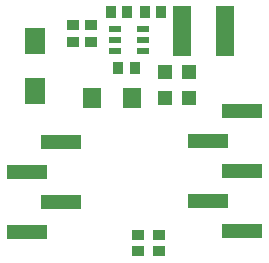
<source format=gtp>
G04*
G04 #@! TF.GenerationSoftware,Altium Limited,Altium Designer,25.8.1 (18)*
G04*
G04 Layer_Color=10066329*
%FSLAX44Y44*%
%MOMM*%
G71*
G04*
G04 #@! TF.SameCoordinates,25FCF4F7-ABCC-4757-B9A5-3A53D095655E*
G04*
G04*
G04 #@! TF.FilePolarity,Positive*
G04*
G01*
G75*
%ADD14R,3.4300X1.2700*%
%ADD15R,0.9000X1.0000*%
%ADD16R,1.0000X0.9000*%
%ADD17R,1.5000X4.2000*%
%ADD18R,1.8000X2.2500*%
%ADD19R,1.0000X0.5500*%
%ADD20R,1.6500X1.8000*%
%ADD21R,1.2000X1.3000*%
D14*
X210310Y43030D02*
D03*
X181110Y68430D02*
D03*
X210310Y93830D02*
D03*
X181110Y119230D02*
D03*
X210310Y144630D02*
D03*
X27860Y42080D02*
D03*
X57060Y67480D02*
D03*
X27860Y92880D02*
D03*
X57060Y118280D02*
D03*
D15*
X98999Y227999D02*
D03*
X112999D02*
D03*
X105500Y180500D02*
D03*
X119500D02*
D03*
X128000Y228000D02*
D03*
X142000D02*
D03*
D16*
X82501Y202999D02*
D03*
Y216999D02*
D03*
X67000Y203000D02*
D03*
Y217000D02*
D03*
X139999Y25501D02*
D03*
Y39501D02*
D03*
X122499Y25501D02*
D03*
Y39501D02*
D03*
D17*
X195500Y212500D02*
D03*
X159500D02*
D03*
D18*
X35000Y203836D02*
D03*
Y161164D02*
D03*
D19*
X126500Y204500D02*
D03*
X102500Y195000D02*
D03*
X126500D02*
D03*
Y214000D02*
D03*
X102500D02*
D03*
Y204500D02*
D03*
D20*
X83251Y155001D02*
D03*
X116751D02*
D03*
D21*
X144750Y155000D02*
D03*
X165250D02*
D03*
X144750Y177500D02*
D03*
X165250D02*
D03*
M02*

</source>
